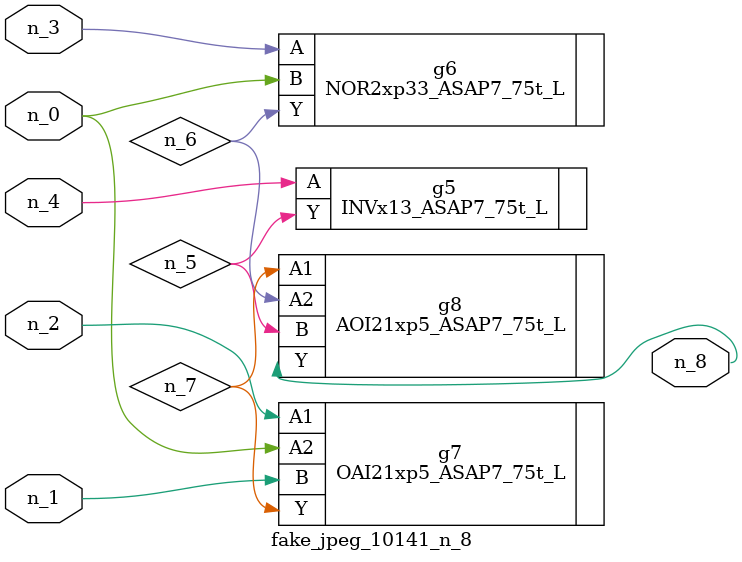
<source format=v>
module fake_jpeg_10141_n_8 (n_3, n_2, n_1, n_0, n_4, n_8);

input n_3;
input n_2;
input n_1;
input n_0;
input n_4;

output n_8;

wire n_6;
wire n_5;
wire n_7;

INVx13_ASAP7_75t_L g5 ( 
.A(n_4),
.Y(n_5)
);

NOR2xp33_ASAP7_75t_L g6 ( 
.A(n_3),
.B(n_0),
.Y(n_6)
);

OAI21xp5_ASAP7_75t_L g7 ( 
.A1(n_2),
.A2(n_0),
.B(n_1),
.Y(n_7)
);

AOI21xp5_ASAP7_75t_L g8 ( 
.A1(n_7),
.A2(n_6),
.B(n_5),
.Y(n_8)
);


endmodule
</source>
